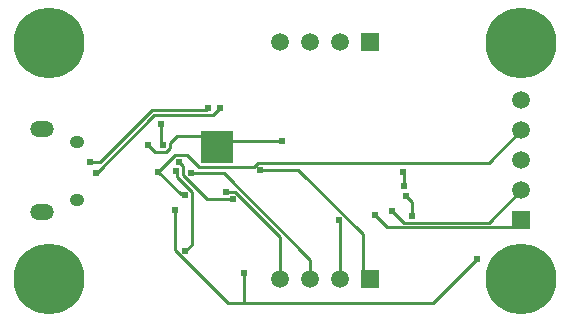
<source format=gbl>
G04*
G04 #@! TF.GenerationSoftware,Altium Limited,Altium Designer,18.1.9 (240)*
G04*
G04 Layer_Physical_Order=2*
G04 Layer_Color=16711680*
%FSLAX25Y25*%
%MOIN*%
G70*
G01*
G75*
%ADD13C,0.01000*%
%ADD50O,0.07874X0.05315*%
%ADD51O,0.04921X0.04134*%
%ADD52C,0.05906*%
%ADD53R,0.05906X0.05906*%
%ADD54R,0.05906X0.05906*%
%ADD55C,0.23622*%
%ADD56C,0.01968*%
%ADD57C,0.02400*%
%ADD58R,0.10925X0.10728*%
D13*
X118012Y35531D02*
X118214Y35329D01*
Y30907D02*
Y35329D01*
X68285Y37384D02*
X69520Y38619D01*
X121063Y21063D02*
Y25689D01*
X119095Y27657D02*
X121063Y25689D01*
X114370Y22638D02*
X118245Y18763D01*
X146775D01*
X112758Y17163D02*
X155175D01*
X108760Y21161D02*
X112758Y17163D01*
X155175D02*
X157480Y19469D01*
X146775Y18763D02*
X157480Y29469D01*
X69520Y38619D02*
X146631D01*
X42060Y41375D02*
X46144D01*
X36374Y35689D02*
X42060Y41375D01*
X50135Y37384D02*
X68285D01*
X43341Y39075D02*
X44623Y37793D01*
X47345Y35238D02*
X58171D01*
X87126Y6283D01*
X44623Y34703D02*
X52751Y26575D01*
X44623Y34703D02*
Y37793D01*
X42323Y36024D02*
X42591Y35756D01*
X46144Y41375D02*
X50135Y37384D01*
X146631Y38619D02*
X157480Y49469D01*
X54601Y54601D02*
X57086Y57086D01*
X35112Y54601D02*
X54601D01*
X15944Y35433D02*
X35112Y54601D01*
X52264Y56201D02*
X53150Y57087D01*
X34449Y56201D02*
X52264D01*
X17118Y38870D02*
X34449Y56201D01*
X15748Y35433D02*
X15944D01*
X13780Y38870D02*
X17118D01*
X96752Y19469D02*
X96939Y19282D01*
X52751Y26575D02*
X61319D01*
X38092Y44589D02*
Y44968D01*
X45008Y28197D02*
X45276Y27929D01*
X77608Y45817D02*
X77756Y45965D01*
X40392Y43636D02*
Y45219D01*
X42678Y47504D01*
X35372Y42289D02*
X39045D01*
X40392Y43636D01*
X37205Y45855D02*
X38092Y44968D01*
X37205Y45855D02*
Y51476D01*
X52102Y47504D02*
X53937Y45669D01*
X42678Y47504D02*
X52102D01*
X32876Y44786D02*
X35372Y42289D01*
X59545Y-7972D02*
X64862D01*
Y1772D01*
X65059Y1969D01*
X58960Y29037D02*
X62110D01*
X47576Y11452D02*
Y28882D01*
X45475Y9351D02*
X47576Y11452D01*
X58268Y45669D02*
X58415Y45817D01*
X77608D01*
X64862Y-7972D02*
X127854D01*
X142520Y6693D01*
X42028Y9545D02*
X59545Y-7972D01*
X42028Y9545D02*
Y22933D01*
X70472Y36319D02*
X83154D01*
X104673Y14800D01*
Y2421D02*
Y14800D01*
Y2421D02*
X107126Y-31D01*
X96939Y156D02*
X97126Y-31D01*
X96939Y156D02*
Y19282D01*
X87126Y-31D02*
Y6283D01*
X62110Y29037D02*
X77126Y14020D01*
Y-31D02*
Y14020D01*
X42591Y33867D02*
X47576Y28882D01*
X42591Y33867D02*
Y35756D01*
X43866Y28197D02*
X45008D01*
X36374Y35689D02*
X43866Y28197D01*
D50*
X-2406Y22171D02*
D03*
Y49829D02*
D03*
D51*
X9406Y26453D02*
D03*
Y45547D02*
D03*
D52*
X77126Y-31D02*
D03*
X87126D02*
D03*
X97126D02*
D03*
X77126Y78969D02*
D03*
X87126D02*
D03*
X97126D02*
D03*
X157480Y59469D02*
D03*
Y49469D02*
D03*
Y39469D02*
D03*
Y29469D02*
D03*
D53*
X107126Y-31D02*
D03*
Y78969D02*
D03*
D54*
X157480Y19469D02*
D03*
D55*
Y0D02*
D03*
X-0Y78740D02*
D03*
X157480D02*
D03*
X-0Y0D02*
D03*
D56*
X53937Y41339D02*
D03*
Y45669D02*
D03*
X58268Y41339D02*
D03*
Y45669D02*
D03*
D57*
X118214Y30907D02*
D03*
X118012Y35531D02*
D03*
X121063Y21063D02*
D03*
X43341Y39075D02*
D03*
X47345Y35238D02*
D03*
X42323Y36024D02*
D03*
X38092Y44589D02*
D03*
X32876Y44786D02*
D03*
X65059Y1969D02*
D03*
X61319Y26575D02*
D03*
X58960Y29037D02*
D03*
X45475Y9351D02*
D03*
X77756Y45965D02*
D03*
X119095Y27657D02*
D03*
X142520Y6693D02*
D03*
X42028Y22933D02*
D03*
X114370Y22638D02*
D03*
X108760Y21161D02*
D03*
X70472Y36319D02*
D03*
X96752Y19469D02*
D03*
X45276Y27929D02*
D03*
X36374Y35689D02*
D03*
X37205Y51476D02*
D03*
X57086Y57086D02*
D03*
X53150Y57087D02*
D03*
X15748Y35433D02*
D03*
X13780Y38870D02*
D03*
X-0Y87740D02*
D03*
X-6364Y85104D02*
D03*
X-9000Y78740D02*
D03*
X-6364Y72376D02*
D03*
X-0Y69740D02*
D03*
X6364Y72376D02*
D03*
X9000Y78740D02*
D03*
X6364Y85104D02*
D03*
X163844D02*
D03*
X166480Y78740D02*
D03*
X163844Y72376D02*
D03*
X157480Y69740D02*
D03*
X151116Y72376D02*
D03*
X148480Y78740D02*
D03*
X151116Y85104D02*
D03*
X157480Y87740D02*
D03*
Y9000D02*
D03*
X151116Y6364D02*
D03*
X148480Y0D02*
D03*
X151116Y-6364D02*
D03*
X157480Y-9000D02*
D03*
X163844Y-6364D02*
D03*
X166480Y0D02*
D03*
X163844Y6364D02*
D03*
X6364D02*
D03*
X9000Y0D02*
D03*
X6364Y-6364D02*
D03*
X-0Y-9000D02*
D03*
X-6364Y-6364D02*
D03*
X-9000Y0D02*
D03*
X-6364Y6364D02*
D03*
X-0Y9000D02*
D03*
D58*
X56053Y43848D02*
D03*
M02*

</source>
